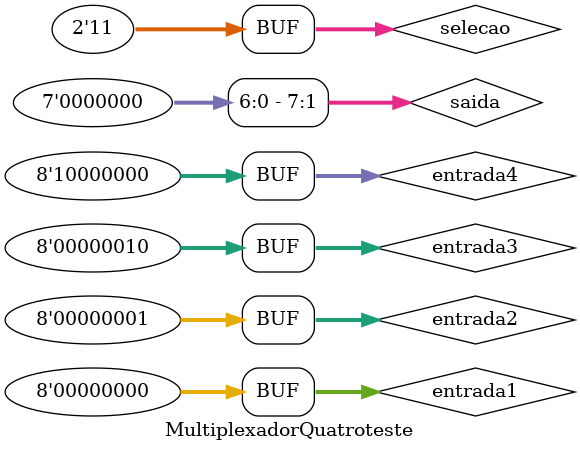
<source format=v>
module MultiplexadorQuatro(
   input wire [1:0] selecao,
   input wire [7:0] entrada1,
   input wire [7:0] entrada2,
	input wire [7:0] entrada3,
   input wire [7:0] entrada4,
   output reg saida 
);

   always @(selecao, entrada1, entrada2, entrada3, entrada4) begin
      case (selecao)
         2'b00: saida <= entrada1;
         2'b01: saida <= entrada2;
         2'b10: saida <= entrada3;
         2'b11: saida <= entrada4;
      endcase
   end

endmodule

module MultiplexadorQuatroteste;

  reg [1:0] selecao;
  reg [7:0] entrada1;
  reg [7:0] entrada2;
  reg [7:0] entrada3;
  reg [7:0] entrada4;
  wire [7:0] saida;

  MultiplexadorQuatro MultiplexadorQuatro(selecao, entrada1, entrada2, entrada3, entrada4, saida);

  initial 
	  begin
      #1 selecao=2'b00; entrada1=8'b00000000; entrada2=8'b00000001; entrada3=8'b00000010; entrada4=8'b10000000; $display("Teste MultiplexadorDois entrada 1");
		#1 selecao=2'b01; entrada1=8'b00000000; entrada2=8'b00000001; entrada3=8'b00000010; entrada4=8'b10000000; $display("Teste MultiplexadorDois entrada 2");
		#1 selecao=2'b10; entrada1=8'b00000000; entrada2=8'b00000001; entrada3=8'b00000010; entrada4=8'b10000000; $display("Teste MultiplexadorDois entrada 3");
		#1 selecao=2'b11; entrada1=8'b00000000; entrada2=8'b00000001; entrada3=8'b00000010; entrada4=8'b10000000; $display("Teste MultiplexadorDois entrada 4");
	  end

  initial 
	  begin
		$display("tempo selecao entrada1 entrada2 entrada3 entrada4 saida");
		$monitor("Tempo: %0d selecao: %0b entrada1: %0b entrada2: %0b entrada3: %0b entrada4: %0b saida: %0b\n", 
			      $time, selecao, entrada1, entrada2, entrada3, entrada4, saida);
	  end

endmodule
</source>
